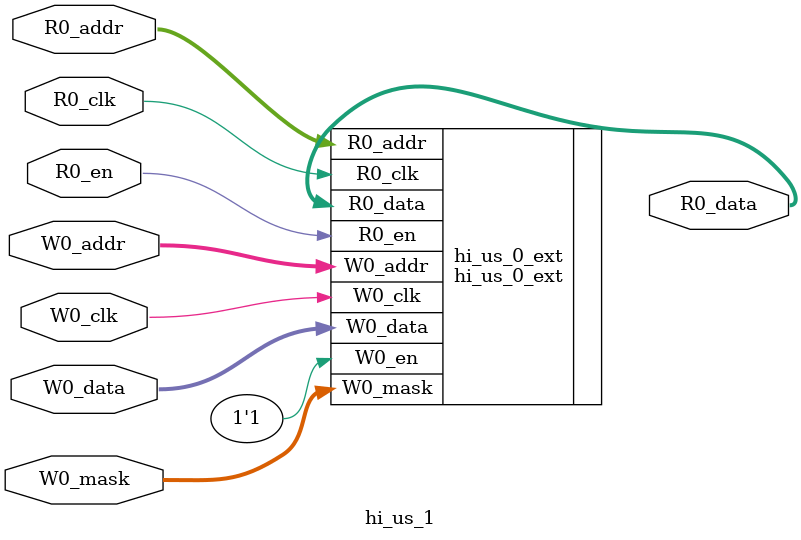
<source format=sv>
`ifndef RANDOMIZE
  `ifdef RANDOMIZE_REG_INIT
    `define RANDOMIZE
  `endif // RANDOMIZE_REG_INIT
`endif // not def RANDOMIZE
`ifndef RANDOMIZE
  `ifdef RANDOMIZE_MEM_INIT
    `define RANDOMIZE
  `endif // RANDOMIZE_MEM_INIT
`endif // not def RANDOMIZE

`ifndef RANDOM
  `define RANDOM $random
`endif // not def RANDOM

// Users can define 'PRINTF_COND' to add an extra gate to prints.
`ifndef PRINTF_COND_
  `ifdef PRINTF_COND
    `define PRINTF_COND_ (`PRINTF_COND)
  `else  // PRINTF_COND
    `define PRINTF_COND_ 1
  `endif // PRINTF_COND
`endif // not def PRINTF_COND_

// Users can define 'ASSERT_VERBOSE_COND' to add an extra gate to assert error printing.
`ifndef ASSERT_VERBOSE_COND_
  `ifdef ASSERT_VERBOSE_COND
    `define ASSERT_VERBOSE_COND_ (`ASSERT_VERBOSE_COND)
  `else  // ASSERT_VERBOSE_COND
    `define ASSERT_VERBOSE_COND_ 1
  `endif // ASSERT_VERBOSE_COND
`endif // not def ASSERT_VERBOSE_COND_

// Users can define 'STOP_COND' to add an extra gate to stop conditions.
`ifndef STOP_COND_
  `ifdef STOP_COND
    `define STOP_COND_ (`STOP_COND)
  `else  // STOP_COND
    `define STOP_COND_ 1
  `endif // STOP_COND
`endif // not def STOP_COND_

// Users can define INIT_RANDOM as general code that gets injected into the
// initializer block for modules with registers.
`ifndef INIT_RANDOM
  `define INIT_RANDOM
`endif // not def INIT_RANDOM

// If using random initialization, you can also define RANDOMIZE_DELAY to
// customize the delay used, otherwise 0.002 is used.
`ifndef RANDOMIZE_DELAY
  `define RANDOMIZE_DELAY 0.002
`endif // not def RANDOMIZE_DELAY

// Define INIT_RANDOM_PROLOG_ for use in our modules below.
`ifndef INIT_RANDOM_PROLOG_
  `ifdef RANDOMIZE
    `ifdef VERILATOR
      `define INIT_RANDOM_PROLOG_ `INIT_RANDOM
    `else  // VERILATOR
      `define INIT_RANDOM_PROLOG_ `INIT_RANDOM #`RANDOMIZE_DELAY begin end
    `endif // VERILATOR
  `else  // RANDOMIZE
    `define INIT_RANDOM_PROLOG_
  `endif // RANDOMIZE
`endif // not def INIT_RANDOM_PROLOG_

module hi_us_1(	// @[tage.scala:89:27]
  input  [7:0] R0_addr,
  input        R0_en,
               R0_clk,
  input  [7:0] W0_addr,
  input        W0_clk,
  input  [3:0] W0_data,
               W0_mask,
  output [3:0] R0_data
);

  hi_us_0_ext hi_us_0_ext (	// @[tage.scala:89:27]
    .R0_addr (R0_addr),
    .R0_en   (R0_en),
    .R0_clk  (R0_clk),
    .W0_addr (W0_addr),
    .W0_en   (1'h1),
    .W0_clk  (W0_clk),
    .W0_data (W0_data),
    .W0_mask (W0_mask),
    .R0_data (R0_data)
  );
endmodule


</source>
